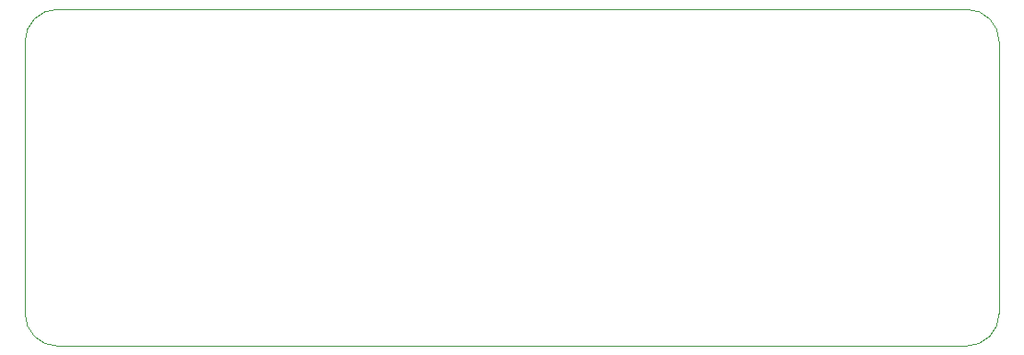
<source format=gbr>
G04 #@! TF.GenerationSoftware,KiCad,Pcbnew,(6.0.7)*
G04 #@! TF.CreationDate,2023-03-12T22:24:00+09:00*
G04 #@! TF.ProjectId,flowing_dongle,666c6f77-696e-4675-9f64-6f6e676c652e,rev?*
G04 #@! TF.SameCoordinates,Original*
G04 #@! TF.FileFunction,Profile,NP*
%FSLAX46Y46*%
G04 Gerber Fmt 4.6, Leading zero omitted, Abs format (unit mm)*
G04 Created by KiCad (PCBNEW (6.0.7)) date 2023-03-12 22:24:00*
%MOMM*%
%LPD*%
G01*
G04 APERTURE LIST*
G04 #@! TA.AperFunction,Profile*
%ADD10C,0.100000*%
G04 #@! TD*
G04 APERTURE END LIST*
D10*
X185000000Y-81000000D02*
X185000000Y-106000000D01*
X95500000Y-106000000D02*
G75*
G03*
X98500000Y-109000000I3000000J0D01*
G01*
X95500000Y-81000000D02*
X95500000Y-106000000D01*
X182000000Y-109000000D02*
X98500000Y-109000000D01*
X98500000Y-78000000D02*
G75*
G03*
X95500000Y-81000000I0J-3000000D01*
G01*
X182000000Y-109000000D02*
G75*
G03*
X185000000Y-106000000I0J3000000D01*
G01*
X185000000Y-81000000D02*
G75*
G03*
X182000000Y-78000000I-3000000J0D01*
G01*
X182000000Y-78000000D02*
X98500000Y-78000000D01*
M02*

</source>
